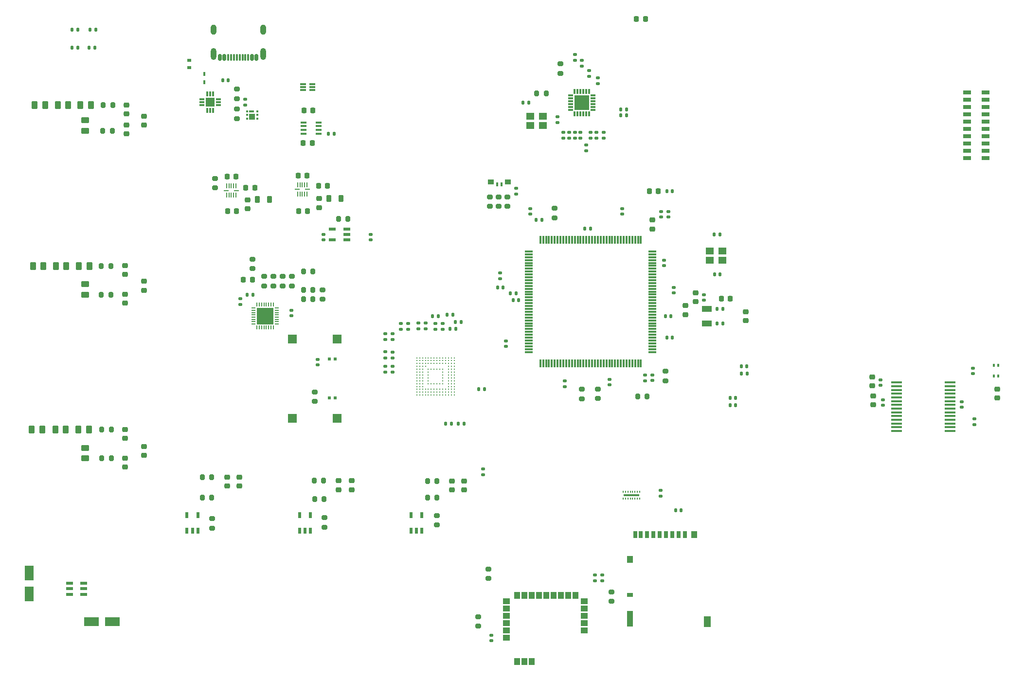
<source format=gbr>
%TF.GenerationSoftware,KiCad,Pcbnew,8.0.7*%
%TF.CreationDate,2025-11-12T22:50:05-06:00*%
%TF.ProjectId,EnergyMonitoringSystem,456e6572-6779-44d6-9f6e-69746f72696e,rev?*%
%TF.SameCoordinates,PX1c9c380PY91e9840*%
%TF.FileFunction,Paste,Top*%
%TF.FilePolarity,Positive*%
%FSLAX46Y46*%
G04 Gerber Fmt 4.6, Leading zero omitted, Abs format (unit mm)*
G04 Created by KiCad (PCBNEW 8.0.7) date 2025-11-12 22:50:05*
%MOMM*%
%LPD*%
G01*
G04 APERTURE LIST*
G04 Aperture macros list*
%AMRoundRect*
0 Rectangle with rounded corners*
0 $1 Rounding radius*
0 $2 $3 $4 $5 $6 $7 $8 $9 X,Y pos of 4 corners*
0 Add a 4 corners polygon primitive as box body*
4,1,4,$2,$3,$4,$5,$6,$7,$8,$9,$2,$3,0*
0 Add four circle primitives for the rounded corners*
1,1,$1+$1,$2,$3*
1,1,$1+$1,$4,$5*
1,1,$1+$1,$6,$7*
1,1,$1+$1,$8,$9*
0 Add four rect primitives between the rounded corners*
20,1,$1+$1,$2,$3,$4,$5,0*
20,1,$1+$1,$4,$5,$6,$7,0*
20,1,$1+$1,$6,$7,$8,$9,0*
20,1,$1+$1,$8,$9,$2,$3,0*%
G04 Aperture macros list end*
%ADD10RoundRect,0.200000X0.200000X0.275000X-0.200000X0.275000X-0.200000X-0.275000X0.200000X-0.275000X0*%
%ADD11RoundRect,0.135000X-0.185000X0.135000X-0.185000X-0.135000X0.185000X-0.135000X0.185000X0.135000X0*%
%ADD12R,0.420000X0.700000*%
%ADD13R,0.508000X0.977900*%
%ADD14RoundRect,0.140000X0.170000X-0.140000X0.170000X0.140000X-0.170000X0.140000X-0.170000X-0.140000X0*%
%ADD15RoundRect,0.140000X-0.170000X0.140000X-0.170000X-0.140000X0.170000X-0.140000X0.170000X0.140000X0*%
%ADD16RoundRect,0.225000X0.250000X-0.225000X0.250000X0.225000X-0.250000X0.225000X-0.250000X-0.225000X0*%
%ADD17RoundRect,0.135000X0.135000X0.185000X-0.135000X0.185000X-0.135000X-0.185000X0.135000X-0.185000X0*%
%ADD18RoundRect,0.250000X0.262500X0.450000X-0.262500X0.450000X-0.262500X-0.450000X0.262500X-0.450000X0*%
%ADD19RoundRect,0.140000X-0.140000X-0.170000X0.140000X-0.170000X0.140000X0.170000X-0.140000X0.170000X0*%
%ADD20R,0.550000X0.500000*%
%ADD21R,0.300000X0.850000*%
%ADD22R,0.850000X0.300000*%
%ADD23R,1.550000X1.550000*%
%ADD24RoundRect,0.200000X-0.275000X0.200000X-0.275000X-0.200000X0.275000X-0.200000X0.275000X0.200000X0*%
%ADD25RoundRect,0.135000X0.185000X-0.135000X0.185000X0.135000X-0.185000X0.135000X-0.185000X-0.135000X0*%
%ADD26RoundRect,0.225000X0.225000X0.250000X-0.225000X0.250000X-0.225000X-0.250000X0.225000X-0.250000X0*%
%ADD27RoundRect,0.135000X-0.135000X-0.185000X0.135000X-0.185000X0.135000X0.185000X-0.135000X0.185000X0*%
%ADD28RoundRect,0.225000X-0.225000X-0.250000X0.225000X-0.250000X0.225000X0.250000X-0.225000X0.250000X0*%
%ADD29RoundRect,0.140000X0.140000X0.170000X-0.140000X0.170000X-0.140000X-0.170000X0.140000X-0.170000X0*%
%ADD30R,1.050000X0.450000*%
%ADD31R,0.300000X0.350000*%
%ADD32R,1.125000X1.050000*%
%ADD33R,0.950000X0.350000*%
%ADD34RoundRect,0.147500X0.147500X0.172500X-0.147500X0.172500X-0.147500X-0.172500X0.147500X-0.172500X0*%
%ADD35R,1.981200X0.457200*%
%ADD36RoundRect,0.225000X-0.250000X0.225000X-0.250000X-0.225000X0.250000X-0.225000X0.250000X0.225000X0*%
%ADD37RoundRect,0.200000X0.275000X-0.200000X0.275000X0.200000X-0.275000X0.200000X-0.275000X-0.200000X0*%
%ADD38RoundRect,0.200000X-0.200000X-0.275000X0.200000X-0.275000X0.200000X0.275000X-0.200000X0.275000X0*%
%ADD39RoundRect,0.250000X0.450000X-0.262500X0.450000X0.262500X-0.450000X0.262500X-0.450000X-0.262500X0*%
%ADD40R,0.200000X0.450000*%
%ADD41R,2.800000X0.300000*%
%ADD42R,0.200000X0.900000*%
%ADD43R,0.900000X0.200000*%
%ADD44RoundRect,0.218750X-0.218750X-0.256250X0.218750X-0.256250X0.218750X0.256250X-0.218750X0.256250X0*%
%ADD45R,2.600000X2.600000*%
%ADD46R,1.000000X0.900000*%
%ADD47R,0.400000X0.800000*%
%ADD48R,1.500000X1.500000*%
%ADD49RoundRect,0.218750X-0.256250X0.218750X-0.256250X-0.218750X0.256250X-0.218750X0.256250X0.218750X0*%
%ADD50R,1.800000X1.000000*%
%ADD51R,0.200000X0.750000*%
%ADD52R,0.750000X0.200000*%
%ADD53R,2.900000X2.900000*%
%ADD54R,1.470000X0.740000*%
%ADD55C,0.290000*%
%ADD56R,1.200000X1.000000*%
%ADD57R,1.000000X1.200000*%
%ADD58R,1.200000X0.600000*%
%ADD59R,0.400000X0.500000*%
%ADD60R,0.700000X1.200000*%
%ADD61R,1.000000X0.800000*%
%ADD62R,1.000000X2.800000*%
%ADD63R,1.300000X1.900000*%
%ADD64R,0.990000X0.300000*%
%ADD65R,1.600000X2.600000*%
%ADD66RoundRect,0.218750X-0.218750X-0.381250X0.218750X-0.381250X0.218750X0.381250X-0.218750X0.381250X0*%
%ADD67R,1.475000X0.300000*%
%ADD68R,0.300000X1.475000*%
%ADD69R,1.400000X1.200000*%
%ADD70R,0.800000X0.550000*%
%ADD71R,1.150000X0.600000*%
%ADD72RoundRect,0.218750X0.218750X0.256250X-0.218750X0.256250X-0.218750X-0.256250X0.218750X-0.256250X0*%
%ADD73RoundRect,0.150000X0.150000X0.425000X-0.150000X0.425000X-0.150000X-0.425000X0.150000X-0.425000X0*%
%ADD74RoundRect,0.075000X0.075000X0.500000X-0.075000X0.500000X-0.075000X-0.500000X0.075000X-0.500000X0*%
%ADD75O,1.000000X2.100000*%
%ADD76O,1.000000X1.800000*%
%ADD77R,2.600000X1.600000*%
G04 APERTURE END LIST*
D10*
%TO.C,R623*%
X40000000Y94000000D03*
X38350000Y94000000D03*
%TD*%
D11*
%TO.C,R809*%
X125500000Y93750000D03*
X125500000Y92730000D03*
%TD*%
D12*
%TO.C,D202*%
X56012500Y102425000D03*
X56012500Y103875000D03*
%TD*%
D13*
%TO.C,U603*%
X92000000Y24400000D03*
X92950001Y24400000D03*
X93900002Y24400000D03*
X93900002Y27130500D03*
X92000000Y27130500D03*
%TD*%
D11*
%TO.C,R911*%
X90250000Y60510000D03*
X90250000Y59490000D03*
%TD*%
D14*
%TO.C,C202*%
X63112500Y98525000D03*
X63112500Y99485000D03*
%TD*%
D15*
%TO.C,C709*%
X135400000Y31400000D03*
X135400000Y30440000D03*
%TD*%
D16*
%TO.C,C405*%
X150250000Y60975000D03*
X150250000Y62525000D03*
%TD*%
D17*
%TO.C,R919*%
X104760000Y49000000D03*
X103740000Y49000000D03*
%TD*%
D18*
%TO.C,R604*%
X28325000Y98500000D03*
X26500000Y98500000D03*
%TD*%
D19*
%TO.C,C201*%
X59232500Y102825000D03*
X60192500Y102825000D03*
%TD*%
D20*
%TO.C,D401*%
X77800000Y54250000D03*
X78750000Y54250000D03*
%TD*%
D17*
%TO.C,R907*%
X99270000Y62000000D03*
X98250000Y62000000D03*
%TD*%
D21*
%TO.C,U201*%
X56512500Y97525000D03*
X57012500Y97525000D03*
X57512500Y97525000D03*
D22*
X58462500Y98475000D03*
X58462500Y98975000D03*
X58462500Y99475000D03*
D21*
X57512500Y100425000D03*
X57012500Y100425000D03*
X56512500Y100425000D03*
D22*
X55562500Y99475000D03*
X55562500Y98975000D03*
X55562500Y98475000D03*
D23*
X57012500Y98975000D03*
%TD*%
D24*
%TO.C,R412*%
X124500000Y49075000D03*
X124500000Y47425000D03*
%TD*%
D25*
%TO.C,R811*%
X121750000Y105250000D03*
X121750000Y106270000D03*
%TD*%
D26*
%TO.C,C305*%
X77425000Y84425000D03*
X75875000Y84425000D03*
%TD*%
D18*
%TO.C,R611*%
X32000000Y70500000D03*
X30175000Y70500000D03*
%TD*%
D25*
%TO.C,R803*%
X122500000Y90490000D03*
X122500000Y91510000D03*
%TD*%
D27*
%TO.C,R910*%
X100240000Y43000000D03*
X101260000Y43000000D03*
%TD*%
D28*
%TO.C,C204*%
X73362500Y97525000D03*
X74912500Y97525000D03*
%TD*%
D29*
%TO.C,C618*%
X64460001Y65439999D03*
X63500001Y65439999D03*
%TD*%
D14*
%TO.C,C501*%
X124000000Y15700000D03*
X124000000Y16660000D03*
%TD*%
D11*
%TO.C,R913*%
X96250000Y60510000D03*
X96250000Y59490000D03*
%TD*%
D30*
%TO.C,U202*%
X75912500Y93525000D03*
X75912500Y94175000D03*
X75912500Y94825000D03*
X75912500Y95475000D03*
X73312500Y95475000D03*
X73312500Y94825000D03*
X73312500Y94175000D03*
X73312500Y93525000D03*
%TD*%
D31*
%TO.C,Q201*%
X65212500Y96125000D03*
X65212500Y96775000D03*
X65212500Y97425000D03*
X63437500Y97425000D03*
X63437500Y96775000D03*
X63437500Y96125000D03*
D32*
X64325000Y96475000D03*
D33*
X64237500Y97425000D03*
%TD*%
D16*
%TO.C,C701*%
X172300000Y49649999D03*
X172300000Y51199999D03*
%TD*%
D34*
%TO.C,D301*%
X33985000Y111600000D03*
X33015000Y111600000D03*
%TD*%
D11*
%TO.C,R807*%
X118500000Y93750000D03*
X118500000Y92730000D03*
%TD*%
D35*
%TO.C,U701*%
X176500000Y50199999D03*
X176500000Y49549998D03*
X176500000Y48899999D03*
X176500000Y48249998D03*
X176500000Y47600000D03*
X176500000Y46949998D03*
X176500000Y46300000D03*
X176500000Y45650001D03*
X176500000Y45000000D03*
X176500000Y44350001D03*
X176500000Y43700000D03*
X176500000Y43050001D03*
X176500000Y42400000D03*
X176500000Y41750001D03*
X185771000Y41749999D03*
X185771000Y42400000D03*
X185771000Y43049999D03*
X185771000Y43700000D03*
X185771000Y44349998D03*
X185771000Y45000000D03*
X185771000Y45649998D03*
X185771000Y46300000D03*
X185771000Y46949998D03*
X185771000Y47600000D03*
X185771000Y48249998D03*
X185771000Y48899999D03*
X185771000Y49549998D03*
X185771000Y50199999D03*
%TD*%
D36*
%TO.C,C615*%
X101200000Y33050000D03*
X101200000Y31500000D03*
%TD*%
D37*
%TO.C,R503*%
X103700000Y7800000D03*
X103700000Y9450000D03*
%TD*%
D10*
%TO.C,R624*%
X39750000Y70500000D03*
X38100000Y70500000D03*
%TD*%
D17*
%TO.C,R203*%
X78612500Y93525000D03*
X77592500Y93525000D03*
%TD*%
D27*
%TO.C,R908*%
X99740000Y60750000D03*
X100760000Y60750000D03*
%TD*%
D17*
%TO.C,R920*%
X99010000Y43000000D03*
X97990000Y43000000D03*
%TD*%
D15*
%TO.C,C616*%
X62257775Y64760000D03*
X62257775Y63800000D03*
%TD*%
D38*
%TO.C,R402*%
X131425000Y47750000D03*
X133075000Y47750000D03*
%TD*%
D14*
%TO.C,C802*%
X117450000Y95470000D03*
X117450000Y96430000D03*
%TD*%
D15*
%TO.C,C428*%
X112750000Y80480000D03*
X112750000Y79520000D03*
%TD*%
D29*
%TO.C,C414*%
X110250000Y65750000D03*
X109290000Y65750000D03*
%TD*%
D36*
%TO.C,C601*%
X42500000Y98500000D03*
X42500000Y96950000D03*
%TD*%
D18*
%TO.C,R612*%
X31912500Y42000000D03*
X30087500Y42000000D03*
%TD*%
D38*
%TO.C,R637*%
X73275000Y69500000D03*
X74925000Y69500000D03*
%TD*%
D39*
%TO.C,R619*%
X35250000Y94000000D03*
X35250000Y95825000D03*
%TD*%
D10*
%TO.C,R627*%
X39825000Y37000000D03*
X38175000Y37000000D03*
%TD*%
D19*
%TO.C,C409*%
X144770000Y76000000D03*
X145730000Y76000000D03*
%TD*%
D11*
%TO.C,R806*%
X120500000Y93750000D03*
X120500000Y92730000D03*
%TD*%
D10*
%TO.C,R630*%
X96500000Y33000000D03*
X94850000Y33000000D03*
%TD*%
D27*
%TO.C,R303*%
X36085000Y111600000D03*
X37105000Y111600000D03*
%TD*%
D40*
%TO.C,U702*%
X131750000Y31150000D03*
X131350000Y31150000D03*
X130950000Y31150000D03*
X130550000Y31150000D03*
X130150000Y31150000D03*
X129750000Y31150000D03*
X129350000Y31150000D03*
X128950000Y31150000D03*
X128950000Y30000000D03*
X129350000Y30000000D03*
X129750000Y30000000D03*
X130150000Y30000000D03*
X130550000Y30000000D03*
X130950000Y30000000D03*
X131350000Y30000000D03*
X131750000Y30000000D03*
D41*
X130350000Y30575000D03*
%TD*%
D13*
%TO.C,U602*%
X72599998Y24400000D03*
X73549999Y24400000D03*
X74500000Y24400000D03*
X74500000Y27130500D03*
X72599998Y27130500D03*
%TD*%
D15*
%TO.C,C433*%
X110250000Y83980000D03*
X110250000Y83020000D03*
%TD*%
D42*
%TO.C,U301*%
X72275000Y83025000D03*
X72675000Y83025000D03*
X73075000Y83025000D03*
X73475000Y83025000D03*
X73875000Y83025000D03*
D43*
X73975000Y83825000D03*
D42*
X73875000Y84625000D03*
X73475000Y84625000D03*
X73075000Y84625000D03*
X72675000Y84625000D03*
X72275000Y84625000D03*
D43*
X72175000Y83825000D03*
%TD*%
D15*
%TO.C,C401*%
X75750000Y54230000D03*
X75750000Y53270000D03*
%TD*%
D27*
%TO.C,R903*%
X95730000Y61750000D03*
X96750000Y61750000D03*
%TD*%
D13*
%TO.C,U601*%
X52999998Y24369500D03*
X53949999Y24369500D03*
X54900000Y24369500D03*
X54900000Y27100000D03*
X52999998Y27100000D03*
%TD*%
D25*
%TO.C,R915*%
X88750000Y51990000D03*
X88750000Y53010000D03*
%TD*%
D44*
%TO.C,L302*%
X60037500Y80025000D03*
X61612500Y80025000D03*
%TD*%
D36*
%TO.C,C603*%
X42250000Y70550000D03*
X42250000Y69000000D03*
%TD*%
D24*
%TO.C,R405*%
X105750000Y82500000D03*
X105750000Y80850000D03*
%TD*%
D15*
%TO.C,C705*%
X187800000Y46849999D03*
X187800000Y45889999D03*
%TD*%
D14*
%TO.C,C429*%
X136750000Y79000000D03*
X136750000Y79960000D03*
%TD*%
D15*
%TO.C,C421*%
X132750000Y51460000D03*
X132750000Y50500000D03*
%TD*%
D14*
%TO.C,C308*%
X85000000Y75020000D03*
X85000000Y75980000D03*
%TD*%
D44*
%TO.C,L301*%
X72400000Y80025000D03*
X73975000Y80025000D03*
%TD*%
D36*
%TO.C,C702*%
X172400000Y47859999D03*
X172400000Y46309999D03*
%TD*%
D22*
%TO.C,U801*%
X119750000Y100150000D03*
X119750000Y99650000D03*
X119750000Y99150000D03*
X119750000Y98650000D03*
X119750000Y98150000D03*
X119750000Y97650000D03*
D21*
X120450000Y96950000D03*
X120950000Y96950000D03*
X121450000Y96950000D03*
X121950000Y96950000D03*
X122450000Y96950000D03*
X122950000Y96950000D03*
D22*
X123650000Y97650000D03*
X123650000Y98150000D03*
X123650000Y98650000D03*
X123650000Y99150000D03*
X123650000Y99650000D03*
X123650000Y100150000D03*
D21*
X122950000Y100850000D03*
X122450000Y100850000D03*
X121950000Y100850000D03*
X121450000Y100850000D03*
X120950000Y100850000D03*
X120450000Y100850000D03*
D45*
X121700000Y98900000D03*
%TD*%
D36*
%TO.C,C602*%
X42500000Y95000000D03*
X42500000Y93450000D03*
%TD*%
D19*
%TO.C,C424*%
X145270000Y63000000D03*
X146230000Y63000000D03*
%TD*%
D36*
%TO.C,C304*%
X63512500Y81975000D03*
X63512500Y80425000D03*
%TD*%
D46*
%TO.C,D407*%
X105845000Y85125000D03*
X108845000Y85125000D03*
D47*
X107745000Y84675000D03*
X106945000Y84675000D03*
%TD*%
D14*
%TO.C,C435*%
X134000000Y50540000D03*
X134000000Y51500000D03*
%TD*%
D10*
%TO.C,R625*%
X39750000Y65500000D03*
X38100000Y65500000D03*
%TD*%
D14*
%TO.C,C502*%
X125300000Y15700000D03*
X125300000Y16660000D03*
%TD*%
D48*
%TO.C,SW402*%
X79150000Y44000000D03*
X71350000Y44000000D03*
%TD*%
D18*
%TO.C,R605*%
X28000000Y70500000D03*
X26175000Y70500000D03*
%TD*%
D37*
%TO.C,R301*%
X57912500Y84075000D03*
X57912500Y85725000D03*
%TD*%
D19*
%TO.C,C427*%
X107040000Y66750000D03*
X108000000Y66750000D03*
%TD*%
D11*
%TO.C,R914*%
X88750000Y55510000D03*
X88750000Y54490000D03*
%TD*%
D24*
%TO.C,R401*%
X136250000Y52150000D03*
X136250000Y50500000D03*
%TD*%
D36*
%TO.C,C607*%
X45500000Y96550000D03*
X45500000Y95000000D03*
%TD*%
D24*
%TO.C,R631*%
X66400000Y68650000D03*
X66400000Y67000000D03*
%TD*%
%TO.C,R406*%
X108750000Y82500000D03*
X108750000Y80850000D03*
%TD*%
D28*
%TO.C,C431*%
X133500000Y83500000D03*
X135050000Y83500000D03*
%TD*%
D25*
%TO.C,R801*%
X121500000Y92730000D03*
X121500000Y93750000D03*
%TD*%
D26*
%TO.C,C619*%
X64374999Y68075551D03*
X62824999Y68075551D03*
%TD*%
D24*
%TO.C,R404*%
X75250000Y48575000D03*
X75250000Y46925000D03*
%TD*%
%TO.C,R608*%
X76900000Y26650000D03*
X76900000Y25000000D03*
%TD*%
D36*
%TO.C,C303*%
X75975000Y82200000D03*
X75975000Y80650000D03*
%TD*%
D14*
%TO.C,C310*%
X76800000Y75020000D03*
X76800000Y75980000D03*
%TD*%
D36*
%TO.C,C613*%
X60000000Y33750000D03*
X60000000Y32200000D03*
%TD*%
D11*
%TO.C,R916*%
X88750000Y58685000D03*
X88750000Y57665000D03*
%TD*%
D36*
%TO.C,C604*%
X42250000Y65550000D03*
X42250000Y64000000D03*
%TD*%
D28*
%TO.C,C301*%
X72325000Y86225000D03*
X73875000Y86225000D03*
%TD*%
D14*
%TO.C,C617*%
X71149999Y61800000D03*
X71149999Y62760000D03*
%TD*%
D36*
%TO.C,C609*%
X45500000Y39050000D03*
X45500000Y37500000D03*
%TD*%
D25*
%TO.C,R812*%
X120500000Y106250000D03*
X120500000Y107270000D03*
%TD*%
D19*
%TO.C,C407*%
X136270000Y61750000D03*
X137230000Y61750000D03*
%TD*%
D15*
%TO.C,C706*%
X189800000Y52709999D03*
X189800000Y51749999D03*
%TD*%
D24*
%TO.C,R407*%
X107250000Y82500000D03*
X107250000Y80850000D03*
%TD*%
D10*
%TO.C,R617*%
X76850000Y29900000D03*
X75200000Y29900000D03*
%TD*%
D19*
%TO.C,C417*%
X122250000Y77000000D03*
X123210000Y77000000D03*
%TD*%
D49*
%TO.C,FB402*%
X139750000Y63575000D03*
X139750000Y62000000D03*
%TD*%
D14*
%TO.C,C430*%
X135500000Y79020000D03*
X135500000Y79980000D03*
%TD*%
D34*
%TO.C,D302*%
X33985000Y108500000D03*
X33015000Y108500000D03*
%TD*%
D24*
%TO.C,R633*%
X69650000Y68650000D03*
X69650000Y67000000D03*
%TD*%
D50*
%TO.C,Y402*%
X143500000Y60500000D03*
X143500000Y63000000D03*
%TD*%
D36*
%TO.C,C707*%
X194000000Y49050000D03*
X194000000Y47500000D03*
%TD*%
D18*
%TO.C,R614*%
X36000000Y70500000D03*
X34175000Y70500000D03*
%TD*%
D36*
%TO.C,C605*%
X42250000Y42050000D03*
X42250000Y40500000D03*
%TD*%
D24*
%TO.C,R201*%
X61712500Y101275000D03*
X61712500Y99625000D03*
%TD*%
D51*
%TO.C,U604*%
X65199999Y59775551D03*
X65599999Y59775551D03*
X65999999Y59775551D03*
X66399999Y59775551D03*
X66799999Y59775551D03*
X67199999Y59775551D03*
X67599999Y59775551D03*
X67999999Y59775551D03*
D52*
X68599999Y60375551D03*
X68599999Y60775551D03*
X68599999Y61175551D03*
X68599999Y61575551D03*
X68599999Y61975551D03*
X68599999Y62375551D03*
X68599999Y62775551D03*
X68599999Y63175551D03*
D51*
X67999999Y63775551D03*
X67599999Y63775551D03*
X67199999Y63775551D03*
X66799999Y63775551D03*
X66399999Y63775551D03*
X65999999Y63775551D03*
X65599999Y63775551D03*
X65199999Y63775551D03*
D52*
X64599999Y63175551D03*
X64599999Y62775551D03*
X64599999Y62375551D03*
X64599999Y61975551D03*
X64599999Y61575551D03*
X64599999Y61175551D03*
X64599999Y60775551D03*
X64599999Y60375551D03*
D53*
X66599999Y61775551D03*
%TD*%
D36*
%TO.C,C611*%
X79400000Y33100000D03*
X79400000Y31550000D03*
%TD*%
D24*
%TO.C,R636*%
X64399999Y71675551D03*
X64399999Y70025551D03*
%TD*%
D36*
%TO.C,C612*%
X99100000Y33050000D03*
X99100000Y31500000D03*
%TD*%
D28*
%TO.C,C302*%
X59962500Y86025000D03*
X61512500Y86025000D03*
%TD*%
D54*
%TO.C,J501*%
X188750000Y89250000D03*
X191980000Y89250000D03*
X188750000Y90520000D03*
X191980000Y90520000D03*
X188750000Y91790000D03*
X191980000Y91790000D03*
X188750000Y93060000D03*
X191980000Y93060000D03*
X188750000Y94330000D03*
X191980000Y94330000D03*
X188750000Y95600000D03*
X191980000Y95600000D03*
X188750000Y96870000D03*
X191980000Y96870000D03*
X188750000Y98140000D03*
X191980000Y98140000D03*
X188750000Y99410000D03*
X191980000Y99410000D03*
X188750000Y100680000D03*
X191980000Y100680000D03*
%TD*%
D55*
%TO.C,U901*%
X93000000Y54500000D03*
X93500000Y54500000D03*
X94000000Y54500000D03*
X94500000Y54500000D03*
X95000000Y54500000D03*
X95500000Y54500000D03*
X96000000Y54500000D03*
X96500000Y54500000D03*
X97000000Y54500000D03*
X97500000Y54500000D03*
X98000000Y54500000D03*
X98500000Y54500000D03*
X99000000Y54500000D03*
X99500000Y54500000D03*
X93000000Y54000000D03*
X93500000Y54000000D03*
X94000000Y54000000D03*
X94500000Y54000000D03*
X95000000Y54000000D03*
X95500000Y54000000D03*
X96000000Y54000000D03*
X96500000Y54000000D03*
X97000000Y54000000D03*
X97500000Y54000000D03*
X98000000Y54000000D03*
X98500000Y54000000D03*
X99000000Y54000000D03*
X99500000Y54000000D03*
X93000000Y53500000D03*
X93500000Y53500000D03*
X94000000Y53500000D03*
X94500000Y53500000D03*
X95000000Y53500000D03*
X95500000Y53500000D03*
X96000000Y53500000D03*
X96500000Y53500000D03*
X97000000Y53500000D03*
X97500000Y53500000D03*
X98000000Y53500000D03*
X98500000Y53500000D03*
X99000000Y53500000D03*
X99500000Y53500000D03*
X93000000Y53000000D03*
X93500000Y53000000D03*
X94000000Y53000000D03*
X94500000Y53000000D03*
X98500000Y53000000D03*
X99000000Y53000000D03*
X99500000Y53000000D03*
X93000000Y52500000D03*
X93500000Y52500000D03*
X94000000Y52500000D03*
X95000000Y52500000D03*
X95500000Y52500000D03*
X96000000Y52500000D03*
X96500000Y52500000D03*
X97000000Y52500000D03*
X97500000Y52500000D03*
X98500000Y52500000D03*
X99000000Y52500000D03*
X99500000Y52500000D03*
X93000000Y52000000D03*
X93500000Y52000000D03*
X94000000Y52000000D03*
X95000000Y52000000D03*
X97500000Y52000000D03*
X98500000Y52000000D03*
X99000000Y52000000D03*
X99500000Y52000000D03*
X93000000Y51500000D03*
X93500000Y51500000D03*
X94000000Y51500000D03*
X95000000Y51500000D03*
X97500000Y51500000D03*
X98500000Y51500000D03*
X99000000Y51500000D03*
X99500000Y51500000D03*
X93000000Y51000000D03*
X93500000Y51000000D03*
X94000000Y51000000D03*
X95000000Y51000000D03*
X97500000Y51000000D03*
X98500000Y51000000D03*
X99000000Y51000000D03*
X99500000Y51000000D03*
X93000000Y50500000D03*
X93500000Y50500000D03*
X94000000Y50500000D03*
X95000000Y50500000D03*
X97500000Y50500000D03*
X98500000Y50500000D03*
X99000000Y50500000D03*
X99500000Y50500000D03*
X93000000Y50000000D03*
X93500000Y50000000D03*
X94000000Y50000000D03*
X95000000Y50000000D03*
X95500000Y50000000D03*
X96000000Y50000000D03*
X96500000Y50000000D03*
X97000000Y50000000D03*
X97500000Y50000000D03*
X98500000Y50000000D03*
X99000000Y50000000D03*
X99500000Y50000000D03*
X93000000Y49500000D03*
X93500000Y49500000D03*
X94000000Y49500000D03*
X98500000Y49500000D03*
X99000000Y49500000D03*
X99500000Y49500000D03*
X93000000Y49000000D03*
X93500000Y49000000D03*
X94000000Y49000000D03*
X94500000Y49000000D03*
X95000000Y49000000D03*
X95500000Y49000000D03*
X96000000Y49000000D03*
X96500000Y49000000D03*
X97000000Y49000000D03*
X97500000Y49000000D03*
X98000000Y49000000D03*
X98500000Y49000000D03*
X99000000Y49000000D03*
X99500000Y49000000D03*
X93000000Y48500000D03*
X93500000Y48500000D03*
X94000000Y48500000D03*
X94500000Y48500000D03*
X95000000Y48500000D03*
X95500000Y48500000D03*
X96000000Y48500000D03*
X96500000Y48500000D03*
X97000000Y48500000D03*
X97500000Y48500000D03*
X98000000Y48500000D03*
X98500000Y48500000D03*
X99000000Y48500000D03*
X99500000Y48500000D03*
X93000000Y48000000D03*
X93500000Y48000000D03*
X94000000Y48000000D03*
X94500000Y48000000D03*
X95000000Y48000000D03*
X95500000Y48000000D03*
X96000000Y48000000D03*
X96500000Y48000000D03*
X97000000Y48000000D03*
X97500000Y48000000D03*
X98000000Y48000000D03*
X98500000Y48000000D03*
X99000000Y48000000D03*
X99500000Y48000000D03*
%TD*%
D56*
%TO.C,U501*%
X122110000Y7085000D03*
X122110000Y8355000D03*
X122110000Y9625000D03*
X122110000Y10895000D03*
X122110000Y12165000D03*
D57*
X120650000Y13165000D03*
X119380000Y13165000D03*
X118110000Y13165000D03*
X116840000Y13165000D03*
X115570000Y13165000D03*
X114300000Y13165000D03*
X113030000Y13165000D03*
X111760000Y13165000D03*
X110490000Y13165000D03*
D56*
X108610000Y12165000D03*
X108610000Y10895000D03*
X108610000Y9625000D03*
X108610000Y8355000D03*
X108610000Y7085000D03*
X108610000Y5750000D03*
D57*
X110490000Y1665000D03*
X111760000Y1665000D03*
X113030000Y1665000D03*
%TD*%
D58*
%TO.C,U304*%
X32550000Y15250000D03*
X32550000Y14300000D03*
X32550000Y13350000D03*
X35050000Y13350000D03*
X35050000Y14300000D03*
X35050000Y15250000D03*
%TD*%
D24*
%TO.C,R607*%
X57400000Y26500000D03*
X57400000Y24850000D03*
%TD*%
D59*
%TO.C,FB701*%
X193400000Y53149999D03*
X194200000Y53149999D03*
%TD*%
D18*
%TO.C,R606*%
X27825000Y42000000D03*
X26000000Y42000000D03*
%TD*%
D10*
%TO.C,R622*%
X40075000Y98500000D03*
X38425000Y98500000D03*
%TD*%
D25*
%TO.C,R802*%
X119500000Y92730000D03*
X119500000Y93750000D03*
%TD*%
D60*
%TO.C,J702*%
X139700000Y23700000D03*
X138600000Y23700000D03*
X137500000Y23700000D03*
X136400000Y23700000D03*
X135300000Y23700000D03*
X134200000Y23700000D03*
X133100000Y23700000D03*
X132000000Y23700000D03*
X131050000Y23700000D03*
D57*
X141250000Y23700000D03*
X130100000Y19400000D03*
D61*
X130100000Y13200000D03*
D62*
X130100000Y9050000D03*
D63*
X143600000Y8600000D03*
%TD*%
D24*
%TO.C,R609*%
X96500000Y27050000D03*
X96500000Y25400000D03*
%TD*%
D59*
%TO.C,FB702*%
X193400000Y51349999D03*
X194200000Y51349999D03*
%TD*%
D18*
%TO.C,R610*%
X32325000Y98500000D03*
X30500000Y98500000D03*
%TD*%
D15*
%TO.C,C419*%
X143000000Y65460000D03*
X143000000Y64500000D03*
%TD*%
D11*
%TO.C,R901*%
X91500000Y60510000D03*
X91500000Y59490000D03*
%TD*%
D14*
%TO.C,C703*%
X174100000Y46249999D03*
X174100000Y47209999D03*
%TD*%
D25*
%TO.C,R921*%
X104500000Y34165000D03*
X104500000Y35185000D03*
%TD*%
D37*
%TO.C,R814*%
X118000000Y104000000D03*
X118000000Y105650000D03*
%TD*%
%TO.C,R639*%
X76600000Y64675000D03*
X76600000Y66325000D03*
%TD*%
D11*
%TO.C,R906*%
X87500000Y58685000D03*
X87500000Y57665000D03*
%TD*%
D17*
%TO.C,R805*%
X129510000Y96750000D03*
X128490000Y96750000D03*
%TD*%
D15*
%TO.C,C704*%
X173700000Y50649999D03*
X173700000Y49689999D03*
%TD*%
D11*
%TO.C,R912*%
X93250000Y60520000D03*
X93250000Y59500000D03*
%TD*%
D24*
%TO.C,R634*%
X71250000Y68650000D03*
X71250000Y67000000D03*
%TD*%
D38*
%TO.C,R820*%
X113850000Y100500000D03*
X115500000Y100500000D03*
%TD*%
D18*
%TO.C,R613*%
X36250000Y98500000D03*
X34425000Y98500000D03*
%TD*%
D19*
%TO.C,C801*%
X111490000Y98950000D03*
X112450000Y98950000D03*
%TD*%
D15*
%TO.C,C420*%
X126500000Y50750000D03*
X126500000Y49790000D03*
%TD*%
D10*
%TO.C,R618*%
X96500000Y30200000D03*
X94850000Y30200000D03*
%TD*%
D27*
%TO.C,R810*%
X128490000Y97750000D03*
X129510000Y97750000D03*
%TD*%
D29*
%TO.C,C708*%
X139000000Y28000000D03*
X138040000Y28000000D03*
%TD*%
%TO.C,C406*%
X110750000Y64500000D03*
X109790000Y64500000D03*
%TD*%
D37*
%TO.C,R501*%
X126900000Y12100000D03*
X126900000Y13750000D03*
%TD*%
D15*
%TO.C,C426*%
X107500000Y69250000D03*
X107500000Y68290000D03*
%TD*%
D64*
%TO.C,U203*%
X73202500Y102125000D03*
X73202500Y101625000D03*
X73202500Y101125000D03*
X74812500Y101125000D03*
X74812500Y101625000D03*
X74812500Y102125000D03*
%TD*%
D11*
%TO.C,R917*%
X97500000Y60510000D03*
X97500000Y59490000D03*
%TD*%
D25*
%TO.C,R804*%
X124250000Y92730000D03*
X124250000Y93750000D03*
%TD*%
D24*
%TO.C,R202*%
X61712500Y97775000D03*
X61712500Y96125000D03*
%TD*%
D65*
%TO.C,C309*%
X25500000Y17000000D03*
X25500000Y13400000D03*
%TD*%
D29*
%TO.C,C413*%
X148460000Y46250000D03*
X147500000Y46250000D03*
%TD*%
D39*
%TO.C,R620*%
X35250000Y65500000D03*
X35250000Y67325000D03*
%TD*%
D11*
%TO.C,R808*%
X123250000Y93750000D03*
X123250000Y92730000D03*
%TD*%
D38*
%TO.C,R638*%
X73275000Y66300000D03*
X74925000Y66300000D03*
%TD*%
D36*
%TO.C,C606*%
X42250000Y37050000D03*
X42250000Y35500000D03*
%TD*%
D66*
%TO.C,L304*%
X65250000Y82025000D03*
X67375000Y82025000D03*
%TD*%
D25*
%TO.C,R701*%
X190000000Y42829999D03*
X190000000Y43849999D03*
%TD*%
D66*
%TO.C,L303*%
X77712500Y82225000D03*
X79837500Y82225000D03*
%TD*%
D11*
%TO.C,R902*%
X94500000Y60520000D03*
X94500000Y59500000D03*
%TD*%
D67*
%TO.C,U401*%
X133988000Y55512000D03*
X133988000Y56012000D03*
X133988000Y56512000D03*
X133988000Y57012000D03*
X133988000Y57512000D03*
X133988000Y58012000D03*
X133988000Y58512000D03*
X133988000Y59012000D03*
X133988000Y59512000D03*
X133988000Y60012000D03*
X133988000Y60512000D03*
X133988000Y61012000D03*
X133988000Y61512000D03*
X133988000Y62012000D03*
X133988000Y62512000D03*
X133988000Y63012000D03*
X133988000Y63512000D03*
X133988000Y64012000D03*
X133988000Y64512000D03*
X133988000Y65012000D03*
X133988000Y65512000D03*
X133988000Y66012000D03*
X133988000Y66512000D03*
X133988000Y67012000D03*
X133988000Y67512000D03*
X133988000Y68012000D03*
X133988000Y68512000D03*
X133988000Y69012000D03*
X133988000Y69512000D03*
X133988000Y70012000D03*
X133988000Y70512000D03*
X133988000Y71012000D03*
X133988000Y71512000D03*
X133988000Y72012000D03*
X133988000Y72512000D03*
X133988000Y73012000D03*
D68*
X132000000Y75000000D03*
X131500000Y75000000D03*
X131000000Y75000000D03*
X130500000Y75000000D03*
X130000000Y75000000D03*
X129500000Y75000000D03*
X129000000Y75000000D03*
X128500000Y75000000D03*
X128000000Y75000000D03*
X127500000Y75000000D03*
X127000000Y75000000D03*
X126500000Y75000000D03*
X126000000Y75000000D03*
X125500000Y75000000D03*
X125000000Y75000000D03*
X124500000Y75000000D03*
X124000000Y75000000D03*
X123500000Y75000000D03*
X123000000Y75000000D03*
X122500000Y75000000D03*
X122000000Y75000000D03*
X121500000Y75000000D03*
X121000000Y75000000D03*
X120500000Y75000000D03*
X120000000Y75000000D03*
X119500000Y75000000D03*
X119000000Y75000000D03*
X118500000Y75000000D03*
X118000000Y75000000D03*
X117500000Y75000000D03*
X117000000Y75000000D03*
X116500000Y75000000D03*
X116000000Y75000000D03*
X115500000Y75000000D03*
X115000000Y75000000D03*
X114500000Y75000000D03*
D67*
X112512000Y73012000D03*
X112512000Y72512000D03*
X112512000Y72012000D03*
X112512000Y71512000D03*
X112512000Y71012000D03*
X112512000Y70512000D03*
X112512000Y70012000D03*
X112512000Y69512000D03*
X112512000Y69012000D03*
X112512000Y68512000D03*
X112512000Y68012000D03*
X112512000Y67512000D03*
X112512000Y67012000D03*
X112512000Y66512000D03*
X112512000Y66012000D03*
X112512000Y65512000D03*
X112512000Y65012000D03*
X112512000Y64512000D03*
X112512000Y64012000D03*
X112512000Y63512000D03*
X112512000Y63012000D03*
X112512000Y62512000D03*
X112512000Y62012000D03*
X112512000Y61512000D03*
X112512000Y61012000D03*
X112512000Y60512000D03*
X112512000Y60012000D03*
X112512000Y59512000D03*
X112512000Y59012000D03*
X112512000Y58512000D03*
X112512000Y58012000D03*
X112512000Y57512000D03*
X112512000Y57012000D03*
X112512000Y56512000D03*
X112512000Y56012000D03*
X112512000Y55512000D03*
D68*
X114500000Y53524000D03*
X115000000Y53524000D03*
X115500000Y53524000D03*
X116000000Y53524000D03*
X116500000Y53524000D03*
X117000000Y53524000D03*
X117500000Y53524000D03*
X118000000Y53524000D03*
X118500000Y53524000D03*
X119000000Y53524000D03*
X119500000Y53524000D03*
X120000000Y53524000D03*
X120500000Y53524000D03*
X121000000Y53524000D03*
X121500000Y53524000D03*
X122000000Y53524000D03*
X122500000Y53524000D03*
X123000000Y53524000D03*
X123500000Y53524000D03*
X124000000Y53524000D03*
X124500000Y53524000D03*
X125000000Y53524000D03*
X125500000Y53524000D03*
X126000000Y53524000D03*
X126500000Y53524000D03*
X127000000Y53524000D03*
X127500000Y53524000D03*
X128000000Y53524000D03*
X128500000Y53524000D03*
X129000000Y53524000D03*
X129500000Y53524000D03*
X130000000Y53524000D03*
X130500000Y53524000D03*
X131000000Y53524000D03*
X131500000Y53524000D03*
X132000000Y53524000D03*
%TD*%
D29*
%TO.C,C412*%
X148480000Y47500000D03*
X147520000Y47500000D03*
%TD*%
D10*
%TO.C,R626*%
X39825000Y42000000D03*
X38175000Y42000000D03*
%TD*%
D19*
%TO.C,C402*%
X136520000Y58000000D03*
X137480000Y58000000D03*
%TD*%
D69*
%TO.C,Y401*%
X146200000Y73100000D03*
X144000000Y73100000D03*
X144000000Y71500000D03*
X146200000Y71500000D03*
%TD*%
D39*
%TO.C,R621*%
X35250000Y37000000D03*
X35250000Y38825000D03*
%TD*%
D25*
%TO.C,R813*%
X124500000Y102250000D03*
X124500000Y103270000D03*
%TD*%
D48*
%TO.C,SW401*%
X79150000Y57750000D03*
X71350000Y57750000D03*
%TD*%
D42*
%TO.C,U302*%
X59912500Y82825000D03*
X60312500Y82825000D03*
X60712500Y82825000D03*
X61112500Y82825000D03*
X61512500Y82825000D03*
D43*
X61612500Y83625000D03*
D42*
X61512500Y84425000D03*
X61112500Y84425000D03*
X60712500Y84425000D03*
X60312500Y84425000D03*
X59912500Y84425000D03*
D43*
X59812500Y83625000D03*
%TD*%
D70*
%TO.C,D201*%
X53412500Y106275000D03*
X53412500Y105025000D03*
%TD*%
D10*
%TO.C,R629*%
X76800000Y33100000D03*
X75150000Y33100000D03*
%TD*%
D24*
%TO.C,R413*%
X121750000Y49000000D03*
X121750000Y47350000D03*
%TD*%
D27*
%TO.C,R304*%
X35965000Y108500000D03*
X36985000Y108500000D03*
%TD*%
D69*
%TO.C,Y801*%
X112750000Y94950000D03*
X114950000Y94950000D03*
X114950000Y96550000D03*
X112750000Y96550000D03*
%TD*%
D36*
%TO.C,C614*%
X81700000Y33100000D03*
X81700000Y31550000D03*
%TD*%
D18*
%TO.C,R615*%
X35912500Y42000000D03*
X34087500Y42000000D03*
%TD*%
D14*
%TO.C,C416*%
X128750000Y79520000D03*
X128750000Y80480000D03*
%TD*%
D36*
%TO.C,C608*%
X45500000Y67800000D03*
X45500000Y66250000D03*
%TD*%
D44*
%TO.C,FB801*%
X131212500Y113500000D03*
X132787500Y113500000D03*
%TD*%
D28*
%TO.C,C203*%
X73237500Y91875000D03*
X74787500Y91875000D03*
%TD*%
D10*
%TO.C,R616*%
X57325000Y30200000D03*
X55675000Y30200000D03*
%TD*%
D19*
%TO.C,C418*%
X113790000Y78500000D03*
X114750000Y78500000D03*
%TD*%
%TO.C,C423*%
X145290000Y60500000D03*
X146250000Y60500000D03*
%TD*%
D10*
%TO.C,R628*%
X57325000Y33700000D03*
X55675000Y33700000D03*
%TD*%
D15*
%TO.C,C503*%
X106000000Y6200000D03*
X106000000Y5240000D03*
%TD*%
D14*
%TO.C,C422*%
X118750000Y49500000D03*
X118750000Y50460000D03*
%TD*%
D25*
%TO.C,R905*%
X87500000Y51990000D03*
X87500000Y53010000D03*
%TD*%
D15*
%TO.C,C403*%
X137750000Y66750000D03*
X137750000Y65790000D03*
%TD*%
D25*
%TO.C,R815*%
X123000000Y103490000D03*
X123000000Y104510000D03*
%TD*%
D29*
%TO.C,C432*%
X137500000Y83500000D03*
X136540000Y83500000D03*
%TD*%
D14*
%TO.C,C404*%
X136000000Y70520000D03*
X136000000Y71480000D03*
%TD*%
D29*
%TO.C,C408*%
X145750000Y69000000D03*
X144790000Y69000000D03*
%TD*%
D71*
%TO.C,U303*%
X80800000Y75000000D03*
X80800000Y75950000D03*
X80800000Y76900000D03*
X78300000Y76900000D03*
X78300000Y75000000D03*
%TD*%
D26*
%TO.C,C306*%
X64787500Y84125000D03*
X63237500Y84125000D03*
%TD*%
D20*
%TO.C,D402*%
X77800000Y47500000D03*
X78750000Y47500000D03*
%TD*%
D72*
%TO.C,L401*%
X147575000Y64750000D03*
X146000000Y64750000D03*
%TD*%
D36*
%TO.C,C415*%
X141500000Y65800000D03*
X141500000Y64250000D03*
%TD*%
D73*
%TO.C,J201*%
X65112500Y106825000D03*
X64312500Y106825000D03*
D74*
X63162500Y106825000D03*
X62162500Y106825000D03*
X61662500Y106825000D03*
X60662500Y106825000D03*
D73*
X59512500Y106825000D03*
X58712500Y106825000D03*
X58712500Y106825000D03*
X59512500Y106825000D03*
D74*
X60162500Y106825000D03*
X61162500Y106825000D03*
X62662500Y106825000D03*
X63662500Y106825000D03*
D73*
X64312500Y106825000D03*
X65112500Y106825000D03*
D75*
X66232500Y107400000D03*
D76*
X66232500Y111580000D03*
D75*
X57592500Y107400000D03*
D76*
X57592500Y111580000D03*
%TD*%
D29*
%TO.C,C411*%
X150480000Y51750000D03*
X149520000Y51750000D03*
%TD*%
D77*
%TO.C,C307*%
X40000000Y8600000D03*
X36400000Y8600000D03*
%TD*%
D49*
%TO.C,FB401*%
X134000000Y78500000D03*
X134000000Y76925000D03*
%TD*%
D24*
%TO.C,R502*%
X105500000Y17750000D03*
X105500000Y16100000D03*
%TD*%
D14*
%TO.C,C425*%
X108500000Y56500000D03*
X108500000Y57460000D03*
%TD*%
D38*
%TO.C,R302*%
X79350000Y78700000D03*
X81000000Y78700000D03*
%TD*%
D10*
%TO.C,R635*%
X74925000Y64700000D03*
X73275000Y64700000D03*
%TD*%
D17*
%TO.C,R918*%
X99770000Y59500000D03*
X98750000Y59500000D03*
%TD*%
D29*
%TO.C,C410*%
X150460000Y53000000D03*
X149500000Y53000000D03*
%TD*%
D36*
%TO.C,C610*%
X62100000Y33750000D03*
X62100000Y32200000D03*
%TD*%
D24*
%TO.C,R632*%
X68050000Y68675000D03*
X68050000Y67025000D03*
%TD*%
D11*
%TO.C,R904*%
X87500000Y55520000D03*
X87500000Y54500000D03*
%TD*%
D24*
%TO.C,R414*%
X117000000Y80500000D03*
X117000000Y78850000D03*
%TD*%
M02*

</source>
